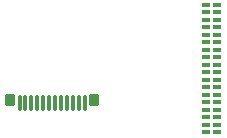
<source format=gbr>
%TF.GenerationSoftware,KiCad,Pcbnew,9.0.1*%
%TF.CreationDate,2025-07-04T15:05:31+02:00*%
%TF.ProjectId,USB_36pinOmnetics_bend,5553425f-3336-4706-996e-4f6d6e657469,rev?*%
%TF.SameCoordinates,Original*%
%TF.FileFunction,Paste,Bot*%
%TF.FilePolarity,Positive*%
%FSLAX46Y46*%
G04 Gerber Fmt 4.6, Leading zero omitted, Abs format (unit mm)*
G04 Created by KiCad (PCBNEW 9.0.1) date 2025-07-04 15:05:31*
%MOMM*%
%LPD*%
G01*
G04 APERTURE LIST*
G04 Aperture macros list*
%AMRoundRect*
0 Rectangle with rounded corners*
0 $1 Rounding radius*
0 $2 $3 $4 $5 $6 $7 $8 $9 X,Y pos of 4 corners*
0 Add a 4 corners polygon primitive as box body*
4,1,4,$2,$3,$4,$5,$6,$7,$8,$9,$2,$3,0*
0 Add four circle primitives for the rounded corners*
1,1,$1+$1,$2,$3*
1,1,$1+$1,$4,$5*
1,1,$1+$1,$6,$7*
1,1,$1+$1,$8,$9*
0 Add four rect primitives between the rounded corners*
20,1,$1+$1,$2,$3,$4,$5,0*
20,1,$1+$1,$4,$5,$6,$7,0*
20,1,$1+$1,$6,$7,$8,$9,0*
20,1,$1+$1,$8,$9,$2,$3,0*%
G04 Aperture macros list end*
%ADD10R,0.762000X0.381000*%
%ADD11RoundRect,0.050000X-0.115000X-0.625000X0.115000X-0.625000X0.115000X0.625000X-0.115000X0.625000X0*%
%ADD12RoundRect,0.120000X0.280000X0.415000X-0.280000X0.415000X-0.280000X-0.415000X0.280000X-0.415000X0*%
%ADD13RoundRect,0.120000X-0.280000X-0.415000X0.280000X-0.415000X0.280000X0.415000X-0.280000X0.415000X0*%
G04 APERTURE END LIST*
D10*
%TO.C,J1*%
X149000000Y-105770250D03*
X149000000Y-105135250D03*
X149000000Y-104500250D03*
X149000000Y-103865250D03*
X149000000Y-103230250D03*
X149000000Y-102595250D03*
X149000000Y-101960250D03*
X149000000Y-101325250D03*
X149000000Y-100690250D03*
X149000000Y-100055250D03*
X149000000Y-99420250D03*
X149000000Y-98785250D03*
X149000000Y-98150250D03*
X149000000Y-97515250D03*
X149000000Y-96880250D03*
X149000000Y-96245250D03*
X149000000Y-95610250D03*
X149000000Y-94975250D03*
X148060200Y-105770250D03*
X148060200Y-105135250D03*
X148060200Y-104500250D03*
X148060200Y-103865250D03*
X148060200Y-103230250D03*
X148060200Y-102595250D03*
X148060200Y-101960250D03*
X148060200Y-101325250D03*
X148060200Y-100690250D03*
X148060200Y-100055250D03*
X148060200Y-99420250D03*
X148060200Y-98785250D03*
X148060200Y-98150250D03*
X148060200Y-97515250D03*
X148060200Y-96880250D03*
X148060200Y-96245250D03*
X148060200Y-95610250D03*
X148060200Y-94975250D03*
%TD*%
D11*
%TO.C,U2*%
X132300000Y-103300000D03*
X132800000Y-103300000D03*
X133300000Y-103300000D03*
X133800000Y-103300000D03*
X134300000Y-103300000D03*
X134800000Y-103300000D03*
X135300000Y-103300000D03*
X135800000Y-103300000D03*
X136300000Y-103300000D03*
X136800000Y-103300000D03*
X137300000Y-103300000D03*
X137800000Y-103300000D03*
D12*
X131500000Y-102990000D03*
D13*
X138600000Y-102990000D03*
%TD*%
M02*

</source>
